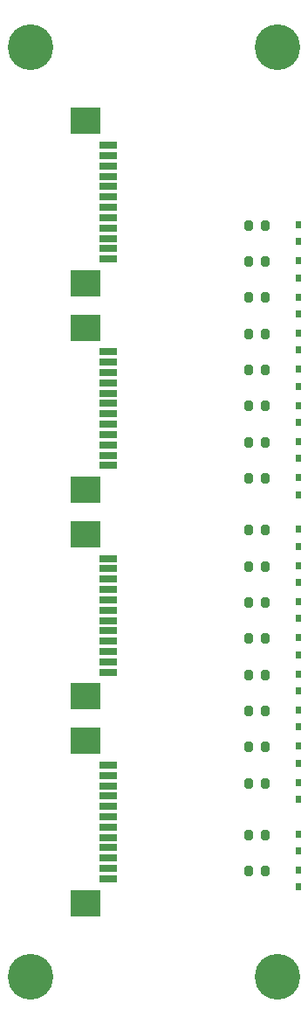
<source format=gbr>
%TF.GenerationSoftware,KiCad,Pcbnew,9.0.6*%
%TF.CreationDate,2025-12-11T14:37:30+03:00*%
%TF.ProjectId,PMLED-18,504d4c45-442d-4313-982e-6b696361645f,rev?*%
%TF.SameCoordinates,Original*%
%TF.FileFunction,Soldermask,Top*%
%TF.FilePolarity,Negative*%
%FSLAX46Y46*%
G04 Gerber Fmt 4.6, Leading zero omitted, Abs format (unit mm)*
G04 Created by KiCad (PCBNEW 9.0.6) date 2025-12-11 14:37:30*
%MOMM*%
%LPD*%
G01*
G04 APERTURE LIST*
G04 Aperture macros list*
%AMRoundRect*
0 Rectangle with rounded corners*
0 $1 Rounding radius*
0 $2 $3 $4 $5 $6 $7 $8 $9 X,Y pos of 4 corners*
0 Add a 4 corners polygon primitive as box body*
4,1,4,$2,$3,$4,$5,$6,$7,$8,$9,$2,$3,0*
0 Add four circle primitives for the rounded corners*
1,1,$1+$1,$2,$3*
1,1,$1+$1,$4,$5*
1,1,$1+$1,$6,$7*
1,1,$1+$1,$8,$9*
0 Add four rect primitives between the rounded corners*
20,1,$1+$1,$2,$3,$4,$5,0*
20,1,$1+$1,$4,$5,$6,$7,0*
20,1,$1+$1,$6,$7,$8,$9,0*
20,1,$1+$1,$8,$9,$2,$3,0*%
G04 Aperture macros list end*
%ADD10RoundRect,0.200000X-0.200000X-0.275000X0.200000X-0.275000X0.200000X0.275000X-0.200000X0.275000X0*%
%ADD11R,0.480000X0.770000*%
%ADD12R,1.803400X0.635000*%
%ADD13R,2.997200X2.590800*%
%ADD14C,4.420000*%
G04 APERTURE END LIST*
D10*
%TO.C,R18*%
X9175000Y-34750000D03*
X10825000Y-34750000D03*
%TD*%
%TO.C,R17*%
X9175000Y-31250000D03*
X10825000Y-31250000D03*
%TD*%
%TO.C,R16*%
X9175000Y-26250000D03*
X10825000Y-26250000D03*
%TD*%
%TO.C,R15*%
X9175000Y-22750000D03*
X10825000Y-22750000D03*
%TD*%
%TO.C,R14*%
X9175000Y-19250000D03*
X10825000Y-19250000D03*
%TD*%
%TO.C,R13*%
X9175000Y-15750000D03*
X10825000Y-15750000D03*
%TD*%
%TO.C,R12*%
X9175000Y-12250000D03*
X10825000Y-12250000D03*
%TD*%
%TO.C,R11*%
X9175000Y-8750000D03*
X10825000Y-8750000D03*
%TD*%
%TO.C,R10*%
X9175000Y-5250000D03*
X10825000Y-5250000D03*
%TD*%
%TO.C,R9*%
X9175000Y-1750000D03*
X10825000Y-1750000D03*
%TD*%
%TO.C,R8*%
X9175000Y3250000D03*
X10825000Y3250000D03*
%TD*%
%TO.C,R7*%
X9175000Y6750000D03*
X10825000Y6750000D03*
%TD*%
%TO.C,R6*%
X9175000Y10250000D03*
X10825000Y10250000D03*
%TD*%
%TO.C,R5*%
X9175000Y13750000D03*
X10825000Y13750000D03*
%TD*%
%TO.C,R4*%
X9175000Y17250000D03*
X10825000Y17250000D03*
%TD*%
%TO.C,R3*%
X9175000Y20750000D03*
X10825000Y20750000D03*
%TD*%
%TO.C,R2*%
X9175000Y24250000D03*
X10825000Y24250000D03*
%TD*%
%TO.C,R1*%
X9175000Y27750000D03*
X10825000Y27750000D03*
%TD*%
D11*
%TO.C,D12*%
X14000000Y-13815000D03*
X14000000Y-12185000D03*
%TD*%
%TO.C,D2*%
X14000000Y22685000D03*
X14000000Y24315000D03*
%TD*%
%TO.C,D3*%
X14000000Y19185000D03*
X14000000Y20815000D03*
%TD*%
%TO.C,D10*%
X14000000Y-6815000D03*
X14000000Y-5185000D03*
%TD*%
%TO.C,D8*%
X14000000Y1685000D03*
X14000000Y3315000D03*
%TD*%
%TO.C,D17*%
X14000000Y-32815000D03*
X14000000Y-31185000D03*
%TD*%
%TO.C,D9*%
X14000000Y-3315000D03*
X14000000Y-1685000D03*
%TD*%
%TO.C,D11*%
X14000000Y-10315000D03*
X14000000Y-8685000D03*
%TD*%
%TO.C,D7*%
X14000000Y5185000D03*
X14000000Y6815000D03*
%TD*%
%TO.C,D1*%
X14000000Y26185000D03*
X14000000Y27815000D03*
%TD*%
%TO.C,D4*%
X14000000Y15685000D03*
X14000000Y17315000D03*
%TD*%
%TO.C,D16*%
X14000000Y-27815000D03*
X14000000Y-26185000D03*
%TD*%
%TO.C,D15*%
X14000000Y-24315000D03*
X14000000Y-22685000D03*
%TD*%
%TO.C,D18*%
X14000000Y-36315000D03*
X14000000Y-34685000D03*
%TD*%
%TO.C,D14*%
X14000000Y-20815000D03*
X14000000Y-19185000D03*
%TD*%
%TO.C,D6*%
X14000000Y8685000D03*
X14000000Y10315000D03*
%TD*%
%TO.C,D13*%
X14000000Y-17315000D03*
X14000000Y-15685000D03*
%TD*%
%TO.C,D5*%
X14000000Y12185000D03*
X14000000Y13815000D03*
%TD*%
D12*
%TO.C,J1*%
X-4444000Y35499992D03*
X-4444000Y34499994D03*
X-4444000Y33499996D03*
X-4444000Y32499998D03*
X-4444000Y31500000D03*
X-4444000Y30500000D03*
X-4444000Y29500000D03*
X-4444000Y28500000D03*
X-4444000Y27500002D03*
X-4444000Y26500004D03*
X-4444000Y25500006D03*
X-4444000Y24500008D03*
D13*
X-6614001Y37850003D03*
X-6614001Y22149997D03*
%TD*%
D12*
%TO.C,J3*%
X-4444000Y-4500008D03*
X-4444000Y-5500006D03*
X-4444000Y-6500004D03*
X-4444000Y-7500002D03*
X-4444000Y-8500000D03*
X-4444000Y-9500000D03*
X-4444000Y-10500000D03*
X-4444000Y-11500000D03*
X-4444000Y-12499998D03*
X-4444000Y-13499996D03*
X-4444000Y-14499994D03*
X-4444000Y-15499992D03*
D13*
X-6614001Y-2149997D03*
X-6614001Y-17850003D03*
%TD*%
D12*
%TO.C,J2*%
X-4444000Y15499992D03*
X-4444000Y14499994D03*
X-4444000Y13499996D03*
X-4444000Y12499998D03*
X-4444000Y11500000D03*
X-4444000Y10500000D03*
X-4444000Y9500000D03*
X-4444000Y8500000D03*
X-4444000Y7500002D03*
X-4444000Y6500004D03*
X-4444000Y5500006D03*
X-4444000Y4500008D03*
D13*
X-6614001Y17850003D03*
X-6614001Y2149997D03*
%TD*%
D12*
%TO.C,J4*%
X-4444000Y-24500008D03*
X-4444000Y-25500006D03*
X-4444000Y-26500004D03*
X-4444000Y-27500002D03*
X-4444000Y-28500000D03*
X-4444000Y-29500000D03*
X-4444000Y-30500000D03*
X-4444000Y-31500000D03*
X-4444000Y-32499998D03*
X-4444000Y-33499996D03*
X-4444000Y-34499994D03*
X-4444000Y-35499992D03*
D13*
X-6614001Y-22149997D03*
X-6614001Y-37850003D03*
%TD*%
D14*
%TO.C,H5*%
X-12000000Y-45000000D03*
%TD*%
%TO.C,H1*%
X-12000000Y45000000D03*
%TD*%
%TO.C,H3*%
X12000000Y-45000000D03*
%TD*%
%TO.C,H2*%
X12000000Y45000000D03*
%TD*%
M02*

</source>
